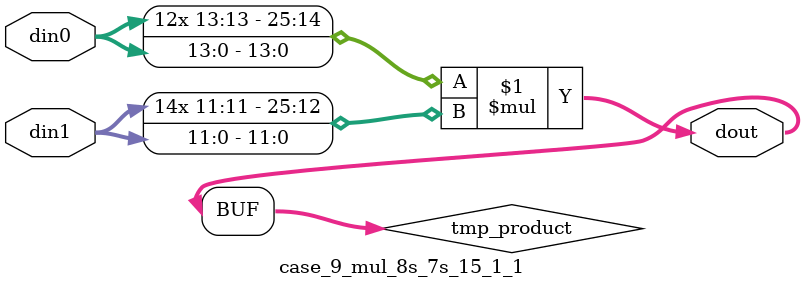
<source format=v>

`timescale 1 ns / 1 ps

 module case_9_mul_8s_7s_15_1_1(din0, din1, dout);
parameter ID = 1;
parameter NUM_STAGE = 0;
parameter din0_WIDTH = 14;
parameter din1_WIDTH = 12;
parameter dout_WIDTH = 26;

input [din0_WIDTH - 1 : 0] din0; 
input [din1_WIDTH - 1 : 0] din1; 
output [dout_WIDTH - 1 : 0] dout;

wire signed [dout_WIDTH - 1 : 0] tmp_product;



























assign tmp_product = $signed(din0) * $signed(din1);








assign dout = tmp_product;





















endmodule

</source>
